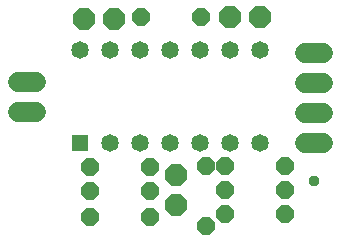
<source format=gbr>
G04 EAGLE Gerber RS-274X export*
G75*
%MOMM*%
%FSLAX34Y34*%
%LPD*%
%INSoldermask Bottom*%
%IPPOS*%
%AMOC8*
5,1,8,0,0,1.08239X$1,22.5*%
G01*
%ADD10R,1.481200X1.481200*%
%ADD11C,1.481200*%
%ADD12P,1.649562X8X22.500000*%
%ADD13P,1.649562X8X202.500000*%
%ADD14P,1.649562X8X112.500000*%
%ADD15P,1.951982X8X202.500000*%
%ADD16P,1.951982X8X112.500000*%
%ADD17C,1.727200*%
%ADD18C,0.959600*%


D10*
X190500Y214300D03*
D11*
X215900Y214300D03*
X241300Y214300D03*
X266700Y214300D03*
X292100Y214300D03*
X317500Y214300D03*
X342900Y214300D03*
X342900Y293700D03*
X317500Y293700D03*
X292100Y293700D03*
X266700Y293700D03*
X241300Y293700D03*
X215900Y293700D03*
X190500Y293700D03*
D12*
X199390Y194310D03*
X250190Y194310D03*
D13*
X250190Y173990D03*
X199390Y173990D03*
X250190Y152400D03*
X199390Y152400D03*
D14*
X297180Y144780D03*
X297180Y195580D03*
D13*
X364490Y154940D03*
X313690Y154940D03*
D12*
X313690Y175260D03*
X364490Y175260D03*
X313690Y195580D03*
X364490Y195580D03*
D13*
X293370Y321310D03*
X242570Y321310D03*
D15*
X342900Y321310D03*
X317500Y321310D03*
X219710Y320040D03*
X194310Y320040D03*
D16*
X271780Y162560D03*
X271780Y187960D03*
D17*
X153670Y266700D02*
X138430Y266700D01*
X138430Y241300D02*
X153670Y241300D01*
X381000Y290830D02*
X396240Y290830D01*
X396240Y265430D02*
X381000Y265430D01*
X381000Y240030D02*
X396240Y240030D01*
X396240Y214630D02*
X381000Y214630D01*
D18*
X388620Y182880D03*
M02*

</source>
